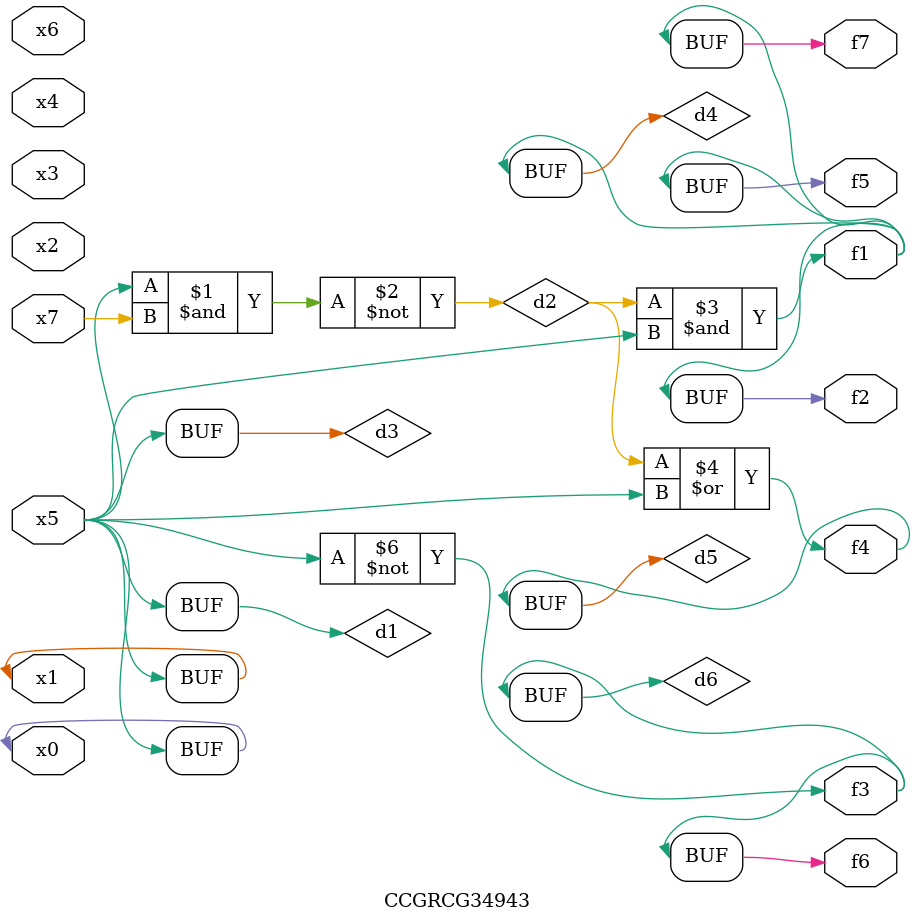
<source format=v>
module CCGRCG34943(
	input x0, x1, x2, x3, x4, x5, x6, x7,
	output f1, f2, f3, f4, f5, f6, f7
);

	wire d1, d2, d3, d4, d5, d6;

	buf (d1, x0, x5);
	nand (d2, x5, x7);
	buf (d3, x0, x1);
	and (d4, d2, d3);
	or (d5, d2, d3);
	nor (d6, d1, d3);
	assign f1 = d4;
	assign f2 = d4;
	assign f3 = d6;
	assign f4 = d5;
	assign f5 = d4;
	assign f6 = d6;
	assign f7 = d4;
endmodule

</source>
